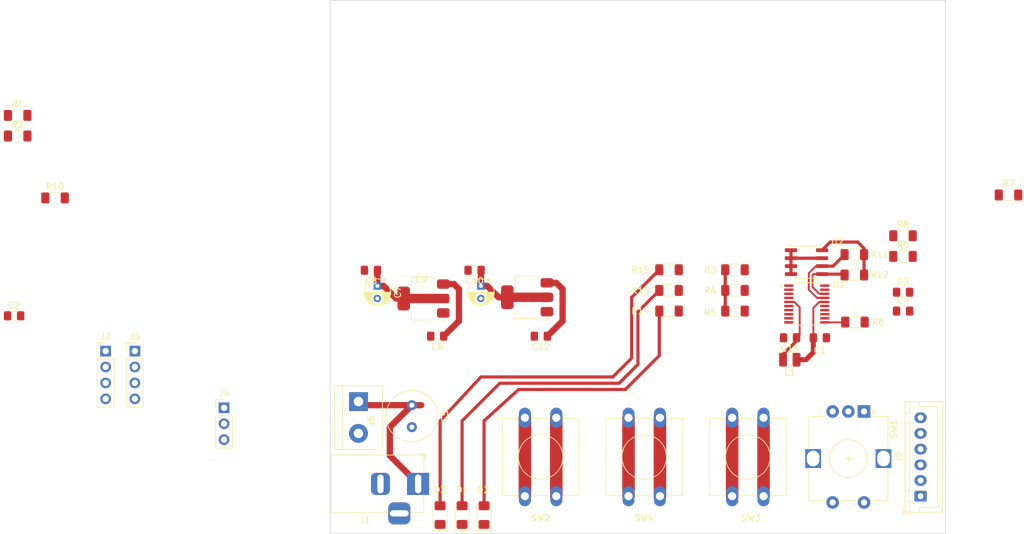
<source format=kicad_pcb>
(kicad_pcb (version 20240108) (generator "pcbnew") (generator_version "8.0")
  (layers (0 "F.Cu" signal) (31 "B.Cu" signal) (34 "B.Paste" user) (35 "F.Paste" user) (36 "B.SilkS" user "B.Silkscreen") (37 "F.SilkS" user "F.Silkscreen") (38 "B.Mask" user) (39 "F.Mask" user) (44 "Edge.Cuts" user))
  (net 0 "")
  (net 1 "GND")
  (net 2 "+3.3V")
  (net 3 "/RESET")
  (net 4 "/ENC_A")
  (net 5 "/ENC_B")
  (net 6 "+12V")
  (net 7 "+5V")
  (net 8 "+3.3VADC")
  (net 9 "Net-(D1-A)")
  (net 10 "Net-(D2-A)")
  (net 11 "Net-(D3-A)")
  (net 12 "/I2C_SDA")
  (net 13 "/I2C_SCL")
  (net 14 "/SWCLK")
  (net 15 "/SWDIO")
  (net 16 "/USART_TX")
  (net 17 "/USART_RX")
  (net 18 "/WOE")
  (net 19 "/~{WOE}")
  (net 20 "Net-(R1-Pad2)")
  (net 21 "Net-(R2-Pad2)")
  (net 22 "/ENC_BTN")
  (net 23 "/BTN1")
  (net 24 "/BTN2")
  (net 25 "/BTN3")
  (net 26 "Net-(U1-BOOT0)")
  (net 27 "/LED_Y")
  (footprint "Package_SO:TSSOP-20_4.4x6.5mm_P0.65mm" (layer "F.Cu") (at 225.8875 88.375)
    (property "Reference" "U1" (at 5.1125 -3.125 0) (layer "F.SilkS"))
    (property "Value" "STM32F030F4Px")
    (pad "1" smd roundrect (at -2.8625 -2.925) (size 1.475 0.4) (layers "F.Cu" "F.Paste" "F.Mask") (net 26 "Net-(U1-BOOT0)"))
    (pad "2" smd roundrect (at -2.8625 -2.275) (size 1.475 0.4) (layers "F.Cu" "F.Paste" "F.Mask") (net 27 "/LED_Y"))
    (pad "3" smd roundrect (at -2.8625 -1.625) (size 1.475 0.4) (layers "F.Cu" "F.Paste" "F.Mask") (net 19 "/~{WOE}"))
    (pad "4" smd roundrect (at -2.8625 -0.975) (size 1.475 0.4) (layers "F.Cu" "F.Paste" "F.Mask") (net 3 "/RESET"))
    (pad "5" smd roundrect (at -2.8625 -0.325) (size 1.475 0.4) (layers "F.Cu" "F.Paste" "F.Mask") (net 8 "+3.3VADC"))
    (pad "6" smd roundrect (at -2.8625 0.325) (size 1.475 0.4) (layers "F.Cu" "F.Paste" "F.Mask") (net 22 "/ENC_BTN"))
    (pad "7" smd roundrect (at -2.8625 0.975) (size 1.475 0.4) (layers "F.Cu" "F.Paste" "F.Mask") (net 23 "/BTN1"))
    (pad "8" smd roundrect (at -2.8625 1.625) (size 1.475 0.4) (layers "F.Cu" "F.Paste" "F.Mask") (net 16 "/USART_TX"))
    (pad "9" smd roundrect (at -2.8625 2.275) (size 1.475 0.4) (layers "F.Cu" "F.Paste" "F.Mask") (net 17 "/USART_RX"))
    (pad "10" smd roundrect (at -2.8625 2.925) (size 1.475 0.4) (layers "F.Cu" "F.Paste" "F.Mask") (net 24 "/BTN2"))
    (pad "11" smd roundrect (at 2.8625 2.925) (size 1.475 0.4) (layers "F.Cu" "F.Paste" "F.Mask") (net 25 "/BTN3"))
    (pad "12" smd roundrect (at 2.8625 2.275) (size 1.475 0.4) (layers "F.Cu" "F.Paste" "F.Mask") (net 4 "/ENC_A"))
    (pad "13" smd roundrect (at 2.8625 1.625) (size 1.475 0.4) (layers "F.Cu" "F.Paste" "F.Mask") (net 5 "/ENC_B"))
    (pad "14" smd roundrect (at 2.8625 0.975) (size 1.475 0.4) (layers "F.Cu" "F.Paste" "F.Mask") (net 18 "/WOE"))
    (pad "15" smd roundrect (at 2.8625 0.325) (size 1.475 0.4) (layers "F.Cu" "F.Paste" "F.Mask") (net 1 "GND"))
    (pad "16" smd roundrect (at 2.8625 -0.325) (size 1.475 0.4) (layers "F.Cu" "F.Paste" "F.Mask") (net 2 "+3.3V"))
    (pad "17" smd roundrect (at 2.8625 -0.975) (size 1.475 0.4) (layers "F.Cu" "F.Paste" "F.Mask") (net 13 "/I2C_SCL"))
    (pad "18" smd roundrect (at 2.8625 -1.625) (size 1.475 0.4) (layers "F.Cu" "F.Paste" "F.Mask") (net 12 "/I2C_SDA"))
    (pad "19" smd roundrect (at 2.8625 -2.275) (size 1.475 0.4) (layers "F.Cu" "F.Paste" "F.Mask") (net 15 "/SWDIO"))
    (pad "20" smd roundrect (at 2.8625 -2.925) (size 1.475 0.4) (layers "F.Cu" "F.Paste" "F.Mask") (net 14 "/SWCLK"))
  )
  (footprint "Button_Switch_THT:SW_PUSH-12mm" (layer "F.Cu") (at 214 119 90)
    (property "Reference" "SW3" (at -3.5 3 180) (layer "F.SilkS"))
    (property "Value" "SW_Push")
    (pad "1" thru_hole oval (at 0 0 90) (size 3.2 1.9) (drill 1.3) (layers "*.Cu" "*.Mask") (net 24 "/BTN2"))
    (pad "1" thru_hole oval (at 12.5 0 90) (size 3.2 1.9) (drill 1.3) (layers "*.Cu" "*.Mask") (net 24 "/BTN2"))
    (pad "2" thru_hole oval (at 0 5 90) (size 3.2 1.9) (drill 1.3) (layers "*.Cu" "*.Mask") (net 1 "GND"))
    (pad "2" thru_hole oval (at 12.5 5 90) (size 3.2 1.9) (drill 1.3) (layers "*.Cu" "*.Mask") (net 1 "GND"))
  )
  (footprint "Inductor_SMD:L_1008_2520Metric" (layer "F.Cu") (at 223.175 97.25 180)
    (property "Reference" "L1" (at 0 -2.05 0) (layer "F.SilkS"))
    (property "Value" "150u")
    (pad "1" smd roundrect (at -1.075 0 180) (size 1.25 2.2) (layers "F.Cu" "F.Paste" "F.Mask") (roundrect_rratio 0.2) (net 2 "+3.3V"))
    (pad "2" smd roundrect (at 1.075 0 180) (size 1.25 2.2) (layers "F.Cu" "F.Paste" "F.Mask") (roundrect_rratio 0.2) (net 8 "+3.3VADC"))
  )
  (footprint "Rotary_Encoder:RotaryEncoder_Alps_EC12E-Switch_Vertical_H20mm" (layer "F.Cu") (at 235 105.5 -90)
    (property "Reference" "SW1" (at 2.8 -4.7 90) (layer "F.SilkS"))
    (property "Value" "~")
    (pad "A" thru_hole rect (at 0 0 270) (size 2 2) (drill 1) (layers "*.Cu" "*.Mask") (net 20 "Net-(R1-Pad2)"))
    (pad "B" thru_hole circle (at 0 5 270) (size 2 2) (drill 1) (layers "*.Cu" "*.Mask") (net 21 "Net-(R2-Pad2)"))
    (pad "C" thru_hole circle (at 0 2.5 270) (size 2 2) (drill 1) (layers "*.Cu" "*.Mask") (net 1 "GND"))
    (pad "MP" thru_hole rect (at 7.5 -3.1 270) (size 3 2.5) (drill oval 2.5 2) (layers "*.Cu" "*.Mask"))
    (pad "MP" thru_hole rect (at 7.5 8.1 270) (size 3 2.5) (drill oval 2.5 2) (layers "*.Cu" "*.Mask"))
    (pad "S1" thru_hole circle (at 14.5 0 270) (size 2 2) (drill 1) (layers "*.Cu" "*.Mask") (net 22 "/ENC_BTN"))
    (pad "S2" thru_hole circle (at 14.5 5 270) (size 2 2) (drill 1) (layers "*.Cu" "*.Mask") (net 1 "GND"))
  )
  (footprint "Resistor_SMD:R_1206_3216Metric_Pad1.30x1.75mm_HandSolder" (layer "F.Cu") (at 106.19 71.47)
    (property "Reference" "R10" (at 0 -1.82 0) (layer "F.SilkS"))
    (property "Value" "10k")
    (pad "1" smd roundrect (at -1.55 0) (size 1.3 1.75) (layers "F.Cu" "F.Paste" "F.Mask") (roundrect_rratio 0.192308) (net 26 "Net-(U1-BOOT0)"))
    (pad "2" smd roundrect (at 1.55 0) (size 1.3 1.75) (layers "F.Cu" "F.Paste" "F.Mask") (roundrect_rratio 0.192308) (net 1 "GND"))
  )
  (footprint "Capacitor_SMD:C_0805_2012Metric_Pad1.18x1.45mm_HandSolder" (layer "F.Cu") (at 241.2125 89.5)
    (property "Reference" "C4" (at 0 -1.68 0) (layer "F.SilkS"))
    (property "Value" "0.47u")
    (pad "1" smd roundrect (at -1.0375 0) (size 1.175 1.45) (layers "F.Cu" "F.Paste" "F.Mask") (roundrect_rratio 0.212766) (net 5 "/ENC_B"))
    (pad "2" smd roundrect (at 1.0375 0) (size 1.175 1.45) (layers "F.Cu" "F.Paste" "F.Mask") (roundrect_rratio 0.212766) (net 1 "GND"))
  )
  (footprint "Capacitor_THT:CP_Radial_D4.0mm_P2.00mm" (layer "F.Cu") (at 174 85.5 -90)
    (property "Reference" "C9" (at -1 9.5 180) (layer "F.SilkS"))
    (property "Value" "100u")
    (pad "1" thru_hole rect (at 0 0 270) (size 1.2 1.2) (drill 0.6) (layers "*.Cu" "*.Mask") (net 2 "+3.3V"))
    (pad "2" thru_hole circle (at 2 0 270) (size 1.2 1.2) (drill 0.6) (layers "*.Cu" "*.Mask") (net 1 "GND"))
  )
  (footprint "Capacitor_SMD:C_0805_2012Metric_Pad1.18x1.45mm_HandSolder" (layer "F.Cu") (at 223.2125 93.75 180)
    (property "Reference" "C11" (at 0 -1.68 0) (layer "F.SilkS"))
    (property "Value" "0.1u")
    (pad "1" smd roundrect (at -1.0375 0 180) (size 1.175 1.45) (layers "F.Cu" "F.Paste" "F.Mask") (roundrect_rratio 0.212766) (net 8 "+3.3VADC"))
    (pad "2" smd roundrect (at 1.0375 0 180) (size 1.175 1.45) (layers "F.Cu" "F.Paste" "F.Mask") (roundrect_rratio 0.212766) (net 1 "GND"))
  )
  (footprint "Connector_BarrelJack:BarrelJack_Horizontal" (layer "F.Cu") (at 164 117.0425)
    (property "Reference" "J1" (at -8.45 5.75 0) (layer "F.SilkS"))
    (property "Value" "Supply")
    (pad "1" thru_hole rect (at 0 0) (size 3.5 3.5) (drill oval 1 3) (layers "*.Cu" "*.Mask") (net 6 "+12V"))
    (pad "2" thru_hole roundrect (at -6 0) (size 3 3.5) (drill oval 1 3) (layers "*.Cu" "*.Mask") (net 1 "GND"))
    (pad "3" thru_hole roundrect (at -3 4.7) (size 3.5 3.5) (drill oval 3 1) (layers "*.Cu" "*.Mask"))
  )
  (footprint "Capacitor_SMD:C_0805_2012Metric_Pad1.18x1.45mm_HandSolder" (layer "F.Cu") (at 241.2125 86.49)
    (property "Reference" "C3" (at 0 -1.68 0) (layer "F.SilkS"))
    (property "Value" "0.47u")
    (pad "1" smd roundrect (at -1.0375 0) (size 1.175 1.45) (layers "F.Cu" "F.Paste" "F.Mask") (roundrect_rratio 0.212766) (net 4 "/ENC_A"))
    (pad "2" smd roundrect (at 1.0375 0) (size 1.175 1.45) (layers "F.Cu" "F.Paste" "F.Mask") (roundrect_rratio 0.212766) (net 1 "GND"))
  )
  (footprint "Resistor_SMD:R_1206_3216Metric_Pad1.30x1.75mm_HandSolder" (layer "F.Cu") (at 214.45 86.21)
    (property "Reference" "R4" (at -3.95 0.04 0) (layer "F.SilkS"))
    (property "Value" "10k")
    (pad "1" smd roundrect (at -1.55 0) (size 1.3 1.75) (layers "F.Cu" "F.Paste" "F.Mask") (roundrect_rratio 0.192308) (net 2 "+3.3V"))
    (pad "2" smd roundrect (at 1.55 0) (size 1.3 1.75) (layers "F.Cu" "F.Paste" "F.Mask") (roundrect_rratio 0.192308) (net 23 "/BTN1"))
  )
  (footprint "Resistor_SMD:R_1206_3216Metric_Pad1.30x1.75mm_HandSolder" (layer "F.Cu") (at 214.45 82.92)
    (property "Reference" "R3" (at -3.95 0.08 0) (layer "F.SilkS"))
    (property "Value" "10k")
    (pad "1" smd roundrect (at -1.55 0) (size 1.3 1.75) (layers "F.Cu" "F.Paste" "F.Mask") (roundrect_rratio 0.192308) (net 2 "+3.3V"))
    (pad "2" smd roundrect (at 1.55 0) (size 1.3 1.75) (layers "F.Cu" "F.Paste" "F.Mask") (roundrect_rratio 0.192308) (net 22 "/ENC_BTN"))
  )
  (footprint "Resistor_SMD:R_1206_3216Metric_Pad1.30x1.75mm_HandSolder" (layer "F.Cu") (at 241.2 77.5)
    (property "Reference" "R8" (at 0 -1.82 0) (layer "F.SilkS"))
    (property "Value" "1k")
    (pad "1" smd roundrect (at -1.55 0) (size 1.3 1.75) (layers "F.Cu" "F.Paste" "F.Mask") (roundrect_rratio 0.192308) (net 20 "Net-(R1-Pad2)"))
    (pad "2" smd roundrect (at 1.55 0) (size 1.3 1.75) (layers "F.Cu" "F.Paste" "F.Mask") (roundrect_rratio 0.192308) (net 4 "/ENC_A"))
  )
  (footprint "Capacitor_THT:C_Radial_D8.0mm_H7.0mm_P3.50mm" (layer "F.Cu") (at 163 104.5 -90)
    (property "Reference" "C5" (at 1.75 -5.25 90) (layer "F.SilkS"))
    (property "Value" "470u")
    (pad "1" thru_hole circle (at 0 0 270) (size 1.6 1.6) (drill 0.8) (layers "*.Cu" "*.Mask") (net 6 "+12V"))
    (pad "2" thru_hole circle (at 3.5 0 270) (size 1.6 1.6) (drill 0.8) (layers "*.Cu" "*.Mask") (net 1 "GND"))
  )
  (footprint "Resistor_SMD:R_1206_3216Metric_Pad1.30x1.75mm_HandSolder" (layer "F.Cu") (at 258 71)
    (property "Reference" "R7" (at 0 -1.82 0) (layer "F.SilkS"))
    (property "Value" "10k")
    (pad "1" smd roundrect (at -1.55 0) (size 1.3 1.75) (layers "F.Cu" "F.Paste" "F.Mask") (roundrect_rratio 0.192308) (net 2 "+3.3V"))
    (pad "2" smd roundrect (at 1.55 0) (size 1.3 1.75) (layers "F.Cu" "F.Paste" "F.Mask") (roundrect_rratio 0.192308) (net 3 "/RESET"))
  )
  (footprint "Connector_PinHeader_2.54mm:PinHeader_1x04_P2.54mm_Vertical" (layer "F.Cu") (at 118.9 95.87)
    (property "Reference" "J3" (at 0 -2.33 0) (layer "F.SilkS"))
    (property "Value" "SWD")
    (pad "1" thru_hole rect (at 0 0) (size 1.7 1.7) (drill 1) (layers "*.Cu" "*.Mask") (net 3 "/RESET"))
    (pad "2" thru_hole oval (at 0 2.54) (size 1.7 1.7) (drill 1) (layers "*.Cu" "*.Mask") (net 15 "/SWDIO"))
    (pad "3" thru_hole oval (at 0 5.08) (size 1.7 1.7) (drill 1) (layers "*.Cu" "*.Mask") (net 14 "/SWCLK"))
    (pad "4" thru_hole oval (at 0 7.62) (size 1.7 1.7) (drill 1) (layers "*.Cu" "*.Mask") (net 1 "GND"))
  )
  (footprint "Capacitor_SMD:C_0805_2012Metric_Pad1.18x1.45mm_HandSolder" (layer "F.Cu") (at 183.5375 93.5 180)
    (property "Reference" "C12" (at 0 -1.68 360) (layer "F.SilkS"))
    (property "Value" "0.1u")
    (pad "1" smd roundrect (at -1.0375 0 180) (size 1.175 1.45) (layers "F.Cu" "F.Paste" "F.Mask") (roundrect_rratio 0.212766) (net 6 "+12V"))
    (pad "2" smd roundrect (at 1.0375 0 180) (size 1.175 1.45) (layers "F.Cu" "F.Paste" "F.Mask") (roundrect_rratio 0.212766) (net 1 "GND"))
  )
  (footprint "Connector_PinHeader_2.54mm:PinHeader_1x04_P2.54mm_Vertical" (layer "F.Cu") (at 114.25 95.87)
    (property "Reference" "J2" (at 0 -2.33 0) (layer "F.SilkS"))
    (property "Value" "LCD")
    (pad "1" thru_hole rect (at 0 0) (size 1.7 1.7) (drill 1) (layers "*.Cu" "*.Mask") (net 1 "GND"))
    (pad "2" thru_hole oval (at 0 2.54) (size 1.7 1.7) (drill 1) (layers "*.Cu" "*.Mask") (net 7 "+5V"))
    (pad "3" thru_hole oval (at 0 5.08) (size 1.7 1.7) (drill 1) (layers "*.Cu" "*.Mask") (net 12 "/I2C_SDA"))
    (pad "4" thru_hole oval (at 0 7.62) (size 1.7 1.7) (drill 1) (layers "*.Cu" "*.Mask") (net 13 "/I2C_SCL"))
  )
  (footprint "Capacitor_SMD:C_0805_2012Metric_Pad1.18x1.45mm_HandSolder" (layer "F.Cu") (at 99.67 90.26)
    (property "Reference" "C2" (at 0 -1.68 0) (layer "F.SilkS"))
    (property "Value" "0.47u")
    (pad "1" smd roundrect (at -1.0375 0) (size 1.175 1.45) (layers "F.Cu" "F.Paste" "F.Mask") (roundrect_rratio 0.212766) (net 3 "/RESET"))
    (pad "2" smd roundrect (at 1.0375 0) (size 1.175 1.45) (layers "F.Cu" "F.Paste" "F.Mask") (roundrect_rratio 0.212766) (net 1 "GND"))
  )
  (footprint "Capacitor_SMD:C_0805_2012Metric_Pad1.18x1.45mm_HandSolder" (layer "F.Cu") (at 227.9625 93.75)
    (property "Reference" "C1" (at 0 2 0) (layer "F.SilkS"))
    (property "Value" "0.1u")
    (pad "1" smd roundrect (at -1.0375 0) (size 1.175 1.45) (layers "F.Cu" "F.Paste" "F.Mask") (roundrect_rratio 0.212766) (net 2 "+3.3V"))
    (pad "2" smd roundrect (at 1.0375 0) (size 1.175 1.45) (layers "F.Cu" "F.Paste" "F.Mask") (roundrect_rratio 0.212766) (net 1 "GND"))
  )
  (footprint "Capacitor_THT:CP_Radial_D4.0mm_P2.00mm" (layer "F.Cu") (at 157.5 85.5 -90)
    (property "Reference" "C7" (at 1 -3.25 90) (layer "F.SilkS"))
    (property "Value" "100u")
    (pad "1" thru_hole rect (at 0 0 270) (size 1.2 1.2) (drill 0.6) (layers "*.Cu" "*.Mask") (net 7 "+5V"))
    (pad "2" thru_hole circle (at 2 0 270) (size 1.2 1.2) (drill 0.6) (layers "*.Cu" "*.Mask") (net 1 "GND"))
  )
  (footprint "Connector_PinHeader_2.54mm:PinHeader_1x03_P2.54mm_Vertical" (layer "F.Cu") (at 133.1 104.92)
    (property "Reference" "J4" (at 0 -2.33 0) (layer "F.SilkS"))
    (property "Value" "USART")
    (pad "1" thru_hole rect (at 0 0) (size 1.7 1.7) (drill 1) (layers "*.Cu" "*.Mask") (net 16 "/USART_TX"))
    (pad "2" thru_hole oval (at 0 2.54) (size 1.7 1.7) (drill 1) (layers "*.Cu" "*.Mask") (net 17 "/USART_RX"))
    (pad "3" thru_hole oval (at 0 5.08) (size 1.7 1.7) (drill 1) (layers "*.Cu" "*.Mask") (net 1 "GND"))
  )
  (footprint "Capacitor_SMD:C_0805_2012Metric_Pad1.18x1.45mm_HandSolder" (layer "F.Cu") (at 172.9875 83 180)
    (property "Reference" "C10" (at 0 -1.68 0) (layer "F.SilkS"))
    (property "Value" "0.1u")
    (pad "1" smd roundrect (at -1.0375 0 180) (size 1.175 1.45) (layers "F.Cu" "F.Paste" "F.Mask") (roundrect_rratio 0.212766) (net 2 "+3.3V"))
    (pad "2" smd roundrect (at 1.0375 0 180) (size 1.175 1.45) (layers "F.Cu" "F.Paste" "F.Mask") (roundrect_rratio 0.212766) (net 1 "GND"))
  )
  (footprint "Resistor_SMD:R_1206_3216Metric_Pad1.30x1.75mm_HandSolder" (layer "F.Cu") (at 100.24 58.31)
    (property "Reference" "R1" (at 0 -1.82 0) (layer "F.SilkS"))
    (property "Value" "10k")
    (pad "1" smd roundrect (at -1.55 0) (size 1.3 1.75) (layers "F.Cu" "F.Paste" "F.Mask") (roundrect_rratio 0.192308) (net 2 "+3.3V"))
    (pad "2" smd roundrect (at 1.55 0) (size 1.3 1.75) (layers "F.Cu" "F.Paste" "F.Mask") (roundrect_rratio 0.192308) (net 20 "Net-(R1-Pad2)"))
  )
  (footprint "Resistor_SMD:R_1206_3216Metric_Pad1.30x1.75mm_HandSolder" (layer "F.Cu") (at 203.95 89.499999 180)
    (property "Reference" "R14" (at 4.55 -0.000001 0) (layer "F.SilkS"))
    (property "Value" "220")
    (pad "1" smd roundrect (at -1.55 0 180) (size 1.3 1.75) (layers "F.Cu" "F.Paste" "F.Mask") (roundrect_rratio 0.192308) (net 14 "/SWCLK"))
    (pad "2" smd roundrect (at 1.55 0 180) (size 1.3 1.75) (layers "F.Cu" "F.Paste" "F.Mask") (roundrect_rratio 0.192308) (net 10 "Net-(D2-A)"))
  )
  (footprint "Resistor_SMD:R_1206_3216Metric_Pad1.30x1.75mm_HandSolder" (layer "F.Cu") (at 233.45 80.5)
    (property "Reference" "R11" (at 4.05 0 0) (layer "F.SilkS"))
    (property "Value" "4.7k")
    (pad "1" smd roundrect (at -1.55 0) (size 1.3 1.75) (layers "F.Cu" "F.Paste" "F.Mask") (roundrect_rratio 0.192308) (net 13 "/I2C_SCL"))
    (pad "2" smd roundrect (at 1.55 0) (size 1.3 1.75) (layers "F.Cu" "F.Paste" "F.Mask") (roundrect_rratio 0.192308) (net 7 "+5V"))
  )
  (footprint "Resistor_SMD:R_1206_3216Metric_Pad1.30x1.75mm_HandSolder" (layer "F.Cu") (at 233.45 83.75)
    (property "Reference" "R12" (at 4.05 0 0) (layer "F.SilkS"))
    (property "Value" "4.7k")
    (pad "1" smd roundrect (at -1.55 0) (size 1.3 1.75) (layers "F.Cu" "F.Paste" "F.Mask") (roundrect_rratio 0.192308) (net 12 "/I2C_SDA"))
    (pad "2" smd roundrect (at 1.55 0) (size 1.3 1.75) (layers "F.Cu" "F.Paste" "F.Mask") (roundrect_rratio 0.192308) (net 7 "+5V"))
  )
  (footprint "Button_Switch_THT:SW_PUSH-12mm" (layer "F.Cu") (at 181 119 90)
    (property "Reference" "SW2" (at -3.5 2.5 180) (layer "F.SilkS"))
    (property "Value" "SW_Push")
    (pad "1" thru_hole oval (at 0 0 90) (size 3.2 1.9) (drill 1.3) (layers "*.Cu" "*.Mask") (net 23 "/BTN1"))
    (pad "1" thru_hole oval (at 12.5 0 90) (size 3.2 1.9) (drill 1.3) (layers "*.Cu" "*.Mask") (net 23 "/BTN1"))
    (pad "2" thru_hole oval (at 0 5 90) (size 3.2 1.9) (drill 1.3) (layers "*.Cu" "*.Mask") (net 1 "GND"))
    (pad "2" thru_hole oval (at 12.5 5 90) (size 3.2 1.9) (drill 1.3) (layers "*.Cu" "*.Mask") (net 1 "GND"))
  )
  (footprint "Button_Switch_THT:SW_PUSH-12mm" (layer "F.Cu") (at 197.5 119 90)
    (property "Reference" "SW4" (at -3.5 2.5 180) (layer "F.SilkS"))
    (property "Value" "SW_Push")
    (pad "1" thru_hole oval (at 0 0 90) (size 3.2 1.9) (drill 1.3) (layers "*.Cu" "*.Mask") (net 25 "/BTN3"))
    (pad "1" thru_hole oval (at 12.5 0 90) (size 3.2 1.9) (drill 1.3) (layers "*.Cu" "*.Mask") (net 25 "/BTN3"))
    (pad "2" thru_hole oval (at 0 5 90) (size 3.2 1.9) (drill 1.3) (layers "*.Cu" "*.Mask") (net 1 "GND"))
    (pad "2" thru_hole oval (at 12.5 5 90) (size 3.2 1.9) (drill 1.3) (layers "*.Cu" "*.Mask") (net 1 "GND"))
  )
  (footprint "Package_TO_SOT_SMD:SOT-223-3_TabPin2" (layer "F.Cu") (at 164.85 87.5 180)
    (property "Reference" "U3" (at 5.85 0 90) (layer "F.SilkS"))
    (property "Value" "AMS1117-5.0")
    (pad "1" smd roundrect (at -3.15 -2.3 180) (size 2 1.5) (layers "F.Cu" "F.Paste" "F.Mask") (net 1 "GND"))
    (pad "2" smd roundrect (at -3.15 0 180) (size 2 1.5) (layers "F.Cu" "F.Paste" "F.Mask") (net 7 "+5V"))
    (pad "2" smd roundrect (at 3.15 0 180) (size 2 3.8) (layers "F.Cu" "F.Paste" "F.Mask") (net 7 "+5V"))
    (pad "3" smd roundrect (at -3.15 2.3 180) (size 2 1.5) (layers "F.Cu" "F.Paste" "F.Mask") (net 6 "+12V"))
  )
  (footprint "TerminalBlock:TerminalBlock_bornier-2_P5.08mm" (layer "F.Cu") (at 154.5 103.92 -90)
    (property "Reference" "J6" (at 3.08 -2 90) (layer "F.SilkS"))
    (property "Value" "Supply")
    (pad "1" thru_hole rect (at 0 0 270) (size 3 3) (drill 1.52) (layers "*.Cu" "*.Mask") (net 6 "+12V"))
    (pad "2" thru_hole circle (at 5.08 0 270) (size 3 3) (drill 1.52) (layers "*.Cu" "*.Mask") (net 1 "GND"))
  )
  (footprint "LED_SMD:LED_1206_3216Metric_Pad1.42x1.75mm_HandSolder" (layer "F.Cu") (at 171 122.0125 90)
    (property "Reference" "D1" (at 4.0125 0.03 180) (layer "F.SilkS"))
    (property "Value" "LG")
    (pad "1" smd roundrect (at -1.4875 0 90) (size 1.425 1.75) (layers "F.Cu" "F.Paste" "F.Mask") (roundrect_rratio 0.175439) (net 1 "GND"))
    (pad "2" smd roundrect (at 1.4875 0 90) (size 1.425 1.75) (layers "F.Cu" "F.Paste" "F.Mask") (roundrect_rratio 0.175439) (net 9 "Net-(D1-A)"))
  )
  (footprint "LED_SMD:LED_1206_3216Metric_Pad1.42x1.75mm_HandSolder" (layer "F.Cu") (at 167.5 122.0125 90)
    (property "Reference" "D3" (at 4.0125 0 180) (layer "F.SilkS"))
    (property "Value" "LY")
    (pad "1" smd roundrect (at -1.4875 0 90) (size 1.425 1.75) (layers "F.Cu" "F.Paste" "F.Mask") (roundrect_rratio 0.175439) (net 1 "GND"))
    (pad "2" smd roundrect (at 1.4875 0 90) (size 1.425 1.75) (layers "F.Cu" "F.Paste" "F.Mask") (roundrect_rratio 0.175439) (net 11 "Net-(D3-A)"))
  )
  (footprint "Resistor_SMD:R_1206_3216Metric_Pad1.30x1.75mm_HandSolder" (layer "F.Cu") (at 233.55 91.25 180)
    (property "Reference" "R6" (at -3.7 0 0) (layer "F.SilkS"))
    (property "Value" "10k")
    (pad "1" smd roundrect (at -1.55 0 180) (size 1.3 1.75) (layers "F.Cu" "F.Paste" "F.Mask") (roundrect_rratio 0.192308) (net 2 "+3.3V"))
    (pad "2" smd roundrect (at 1.55 0 180) (size 1.3 1.75) (layers "F.Cu" "F.Paste" "F.Mask") (roundrect_rratio 0.192308) (net 25 "/BTN3"))
  )
  (footprint "Capacitor_SMD:C_0805_2012Metric_Pad1.18x1.45mm_HandSolder" (layer "F.Cu") (at 156.4875 83 180)
    (property "Reference" "C8" (at 0 -1.68 0) (layer "F.SilkS"))
    (property "Value" "0.1u")
    (pad "1" smd roundrect (at -1.0375 0 180) (size 1.175 1.45) (layers "F.Cu" "F.Paste" "F.Mask") (roundrect_rratio 0.212766) (net 7 "+5V"))
    (pad "2" smd roundrect (at 1.0375 0 180) (size 1.175 1.45) (layers "F.Cu" "F.Paste" "F.Mask") (roundrect_rratio 0.212766) (net 1 "GND"))
  )
  (footprint "Connector_JST:JST_XH_B6B-XH-A_1x06_P2.50mm_Vertical" (layer "F.Cu") (at 244 119 90)
    (property "Reference" "J5" (at 6.25 -3.55 90) (layer "F.SilkS"))
    (property "Value" "Module")
    (pad "1" thru_hole roundrect (at 0 0 90) (size 1.7 1.95) (drill 0.95) (layers "*.Cu" "*.Mask") (roundrect_rratio 0.147059) (net 6 "+12V"))
    (pad "2" thru_hole oval (at 2.5 0 90) (size 1.7 1.95) (drill 0.95) (layers "*.Cu" "*.Mask") (net 13 "/I2C_SCL"))
    (pad "3" thru_hole oval (at 5 0 90) (size 1.7 1.95) (drill 0.95) (layers "*.Cu" "*.Mask") (net 12 "/I2C_SDA"))
    (pad "4" thru_hole oval (at 7.5 0 90) (size 1.7 1.95) (drill 0.95) (layers "*.Cu" "*.Mask") (net 19 "/~{WOE}"))
    (pad "5" thru_hole oval (at 10 0 90) (size 1.7 1.95) (drill 0.95) (layers "*.Cu" "*.Mask") (net 18 "/WOE"))
    (pad "6" thru_hole oval (at 12.5 0 90) (size 1.7 1.95) (drill 0.95) (layers "*.Cu" "*.Mask") (net 1 "GND"))
  )
  (footprint "Capacitor_SMD:C_0805_2012Metric_Pad1.18x1.45mm_HandSolder" (layer "F.Cu") (at 167.0375 93.5 180)
    (property "Reference" "C6" (at 0 -1.68 360) (layer "F.SilkS"))
    (property "Value" "0.1u")
    (pad "1" smd roundrect (at -1.0375 0 180) (size 1.175 1.45) (layers "F.Cu" "F.Paste" "F.Mask") (roundrect_rratio 0.212766) (net 6 "+12V"))
    (pad "2" smd roundrect (at 1.0375 0 180) (size 1.175 1.45) (layers "F.Cu" "F.Paste" "F.Mask") (roundrect_rratio 0.212766) (net 1 "GND"))
  )
  (footprint "Resistor_SMD:R_1206_3216Metric_Pad1.30x1.75mm_HandSolder" (layer "F.Cu") (at 214.45 89.499999)
    (property "Reference" "R5" (at -3.95 0.250001 0) (layer "F.SilkS"))
    (property "Value" "10k")
    (pad "1" smd roundrect (at -1.55 0) (size 1.3 1.75) (layers "F.Cu" "F.Paste" "F.Mask") (roundrect_rratio 0.192308) (net 2 "+3.3V"))
    (pad "2" smd roundrect (at 1.55 0) (size 1.3 1.75) (layers "F.Cu" "F.Paste" "F.Mask") (roundrect_rratio 0.192308) (net 24 "/BTN2"))
  )
  (footprint "Package_TO_SOT_SMD:SOT-223-3_TabPin2" (layer "F.Cu") (at 181.35 87.3 180)
    (property "Reference" "U4" (at 6.35 0 90) (layer "F.SilkS"))
    (property "Value" "AMS1117-3.3")
    (pad "1" smd roundrect (at -3.15 -2.3 180) (size 2 1.5) (layers "F.Cu" "F.Paste" "F.Mask") (net 1 "GND"))
    (pad "2" smd roundrect (at -3.15 0 180) (size 2 1.5) (layers "F.Cu" "F.Paste" "F.Mask") (net 2 "+3.3V"))
    (pad "2" smd roundrect (at 3.15 0 180) (size 2 3.8) (layers "F.Cu" "F.Paste" "F.Mask") (net 2 "+3.3V"))
    (pad "3" smd roundrect (at -3.15 2.3 180) (size 2 1.5) (layers "F.Cu" "F.Paste" "F.Mask") (net 6 "+12V"))
  )
  (footprint "Package_SO:SOIC-8_3.9x4.9mm_P1.27mm" (layer "F.Cu") (at 225.8375 81.705)
    (property "Reference" "U2" (at 4.9125 -3.205 0) (layer "F.SilkS"))
    (property "Value" "AT24C32")
    (pad "1" smd roundrect (at -2.475 -1.905) (size 1.95 0.6) (layers "F.Cu" "F.Paste" "F.Mask") (net 1 "GND"))
    (pad "2" smd roundrect (at -2.475 -0.635) (size 1.95 0.6) (layers "F.Cu" "F.Paste" "F.Mask") (net 1 "GND"))
    (pad "3" smd roundrect (at -2.475 0.635) (size 1.95 0.6) (layers "F.Cu" "F.Paste" "F.Mask") (net 1 "GND"))
    (pad "4" smd roundrect (at -2.475 1.905) (size 1.95 0.6) (layers "F.Cu" "F.Paste" "F.Mask") (net 1 "GND"))
    (pad "5" smd roundrect (at 2.475 1.905) (size 1.95 0.6) (layers "F.Cu" "F.Paste" "F.Mask") (net 12 "/I2C_SDA"))
    (pad "6" smd roundrect (at 2.475 0.635) (size 1.95 0.6) (layers "F.Cu" "F.Paste" "F.Mask") (net 13 "/I2C_SCL"))
    (pad "7" smd roundrect (at 2.475 -0.635) (size 1.95 0.6) (layers "F.Cu" "F.Paste" "F.Mask") (net 1 "GND"))
    (pad "8" smd roundrect (at 2.475 -1.905) (size 1.95 0.6) (layers "F.Cu" "F.Paste" "F.Mask") (net 7 "+5V"))
  )
  (footprint "Resistor_SMD:R_1206_3216Metric_Pad1.30x1.75mm_HandSolder" (layer "F.Cu") (at 203.95 86.21 180)
    (property "Reference" "R13" (at 4.55 -0.04 0) (layer "F.SilkS"))
    (property "Value" "220")
    (pad "1" smd roundrect (at -1.55 0 180) (size 1.3 1.75) (layers "F.Cu" "F.Paste" "F.Mask") (roundrect_rratio 0.192308) (net 15 "/SWDIO"))
    (pad "2" smd roundrect (at 1.55 0 180) (size 1.3 1.75) (layers "F.Cu" "F.Paste" "F.Mask") (roundrect_rratio 0.192308) (net 9 "Net-(D1-A)"))
  )
  (footprint "LED_SMD:LED_1206_3216Metric_Pad1.42x1.75mm_HandSolder" (layer "F.Cu") (at 174.5 122.0125 90)
    (property "Reference" "D2" (at 4.0125 -0.11 180) (layer "F.SilkS"))
    (property "Value" "LR")
    (pad "1" smd roundrect (at -1.4875 0 90) (size 1.425 1.75) (layers "F.Cu" "F.Paste" "F.Mask") (roundrect_rratio 0.175439) (net 1 "GND"))
    (pad "2" smd roundrect (at 1.4875 0 90) (size 1.425 1.75) (layers "F.Cu" "F.Paste" "F.Mask") (roundrect_rratio 0.175439) (net 10 "Net-(D2-A)"))
  )
  (footprint "Resistor_SMD:R_1206_3216Metric_Pad1.30x1.75mm_HandSolder" (layer "F.Cu") (at 203.95 82.92 180)
    (property "Reference" "R15" (at 4.55 -0.08 0) (layer "F.SilkS"))
    (property "Value" "220")
    (pad "1" smd roundrect (at -1.55 0 180) (size 1.3 1.75) (layers "F.Cu" "F.Paste" "F.Mask") (roundrect_rratio 0.192308) (net 27 "/LED_Y"))
    (pad "2" smd roundrect (at 1.55 0 180) (size 1.3 1.75) (layers "F.Cu" "F.Paste" "F.Mask") (roundrect_rratio 0.192308) (net 11 "Net-(D3-A)"))
  )
  (footprint "Resistor_SMD:R_1206_3216Metric_Pad1.30x1.75mm_HandSolder" (layer "F.Cu") (at 100.24 61.6)
    (property "Reference" "R2" (at 0 -1.82 0) (layer "F.SilkS"))
    (property "Value" "10k")
    (pad "1" smd roundrect (at -1.55 0) (size 1.3 1.75) (layers "F.Cu" "F.Paste" "F.Mask") (roundrect_rratio 0.192308) (net 2 "+3.3V"))
    (pad "2" smd roundrect (at 1.55 0) (size 1.3 1.75) (layers "F.Cu" "F.Paste" "F.Mask") (roundrect_rratio 0.192308) (net 21 "Net-(R2-Pad2)"))
  )
  (footprint "Resistor_SMD:R_1206_3216Metric_Pad1.30x1.75mm_HandSolder" (layer "F.Cu") (at 241.2 80.79)
    (property "Reference" "R9" (at 0 -1.82 0) (layer "F.SilkS"))
    (property "Value" "1k")
    (pad "1" smd roundrect (at -1.55 0) (size 1.3 1.75) (layers "F.Cu" "F.Paste" "F.Mask") (roundrect_rratio 0.192308) (net 21 "Net-(R2-Pad2)"))
    (pad "2" smd roundrect (at 1.55 0) (size 1.3 1.75) (layers "F.Cu" "F.Paste" "F.Mask") (roundrect_rratio 0.192308) (net 5 "/ENC_B"))
  )
  (gr_line (start 248 125) (end 248 40) (stroke (width 0.1)) (layer "Edge.Cuts"))
  (gr_line (start 150 125) (end 248 125) (stroke (width 0.1)) (layer "Edge.Cuts"))
  (gr_line (start 248 40) (end 150 40) (stroke (width 0.1)) (layer "Edge.Cuts"))
  (gr_line (start 150 40) (end 150 125) (stroke (width 0.1)) (layer "Edge.Cuts"))
  (segment (start 202.5 106.5) (end 202.5 119) (width 2) (layer "F.Cu") (net 1))
  (segment (start 219 106.5) (end 219 119) (width 2) (layer "F.Cu") (net 1))
  (segment (start 223.3625 79.8) (end 223.3625 83.61) (width 0.5) (layer "F.Cu") (net 1))
  (segment (start 186 106.5) (end 186 119) (width 2) (layer "F.Cu") (net 1))
  (segment (start 228.3125 81.07) (end 223.3625 81.07) (width 0.5) (layer "F.Cu") (net 1))
  (segment (start 176.8 87.3) (end 178.2 87.3) (width 1) (layer "F.Cu") (net 2))
  (segment (start 227.881912 88.05) (end 226.925 89.006912) (width 0.3) (layer "F.Cu") (net 2))
  (segment (start 225.75 97.25) (end 226.925 96.075) (width 0.8) (layer "F.Cu") (net 2))
  (segment (start 174 83.025) (end 174.025 83) (width 1) (layer "F.Cu") (net 2))
  (segment (start 182.25 87.3) (end 184.5 87.3) (width 1.5) (layer "F.Cu") (net 2))
  (segment (start 174 85.5) (end 175 85.5) (width 1) (layer "F.Cu") (net 2))
  (segment (start 228.75 88.05) (end 227.881912 88.05) (width 0.3) (layer "F.Cu") (net 2))
  (segment (start 175 85.5) (end 176.8 87.3) (width 1) (layer "F.Cu") (net 2))
  (segment (start 226.925 89.006912) (end 226.925 93.75) (width 0.3) (layer "F.Cu") (net 2))
  (segment (start 174 85.5) (end 174 83.025) (width 1) (layer "F.Cu") (net 2))
  (segment (start 212.9 82.92) (end 212.9 89.5) (width 0.5) (layer "F.Cu") (net 2))
  (segment (start 224.25 97.25) (end 225.75 97.25) (width 0.8) (layer "F.Cu") (net 2))
  (segment (start 178.2 87.3) (end 182.25 87.3) (width 1.5) (layer "F.Cu") (net 2))
  (segment (start 226.925 96.075) (end 226.925 93.75) (width 0.8) (layer "F.Cu") (net 2))
  (segment (start 159.5 112.5425) (end 159.5 108) (width 1) (layer "F.Cu") (net 6))
  (segment (start 170.5 91.075) (end 168.075 93.5) (width 1) (layer "F.Cu") (net 6))
  (segment (start 170.5 86) (end 170.5 91.075) (width 1) (layer "F.Cu") (net 6))
  (segment (start 159.5 108) (end 163 104.5) (width 1) (layer "F.Cu") (net 6))
  (segment (start 169.7 85.2) (end 170.5 86) (width 1) (layer "F.Cu") (net 6))
  (segment (start 164 117.0425) (end 159.5 112.5425) (width 1) (layer "F.Cu") (net 6))
  (segment (start 154.5 103.92) (end 155.08 104.5) (width 1) (layer "F.Cu") (net 6))
  (segment (start 187 86) (end 186 85) (width 1) (layer "F.Cu") (net 6))
  (segment (start 163 104.5) (end 164.5 104.5) (width 1) (layer "F.Cu") (net 6))
  (segment (start 187 91.075) (end 187 86) (width 1) (layer "F.Cu") (net 6))
  (segment (start 168 85.2) (end 169.7 85.2) (width 1) (layer "F.Cu") (net 6))
  (segment (start 184.575 93.5) (end 187 91.075) (width 1) (layer "F.Cu") (net 6))
  (segment (start 155.08 104.5) (end 163 104.5) (width 1) (layer "F.Cu") (net 6))
  (segment (start 186 85) (end 184.5 85) (width 1) (layer "F.Cu") (net 6))
  (segment (start 158.5 85.5) (end 160.5 87.5) (width 1) (layer "F.Cu") (net 7))
  (segment (start 157.5 83.025) (end 157.525 83) (width 1) (layer "F.Cu") (net 7))
  (segment (start 161.7 87.5) (end 165.75 87.5) (width 1.5) (layer "F.Cu") (net 7))
  (segment (start 228.3125 79.8) (end 229.6125 78.5) (width 0.5) (layer "F.Cu") (net 7))
  (segment (start 157.5 85.5) (end 157.5 83.025) (width 1) (layer "F.Cu") (net 7))
  (segment (start 160.5 87.5) (end 161.7 87.5) (width 1) (layer "F.Cu") (net 7))
  (segment (start 235 80.5) (end 235 83.75) (width 0.5) (layer "F.Cu") (net 7))
  (segment (start 235 79.5) (end 235 80.5) (width 0.5) (layer "F.Cu") (net 7))
  (segment (start 229.6125 78.5) (end 234 78.5) (width 0.5) (layer "F.Cu") (net 7))
  (segment (start 234 78.5) (end 235 79.5) (width 0.5) (layer "F.Cu") (net 7))
  (segment (start 165.75 87.5) (end 168 87.5) (width 1.5) (layer "F.Cu") (net 7))
  (segment (start 157.5 85.5) (end 158.5 85.5) (width 1) (layer "F.Cu") (net 7))
  (segment (start 223.893088 88.05) (end 223.025 88.05) (width 0.3) (layer "F.Cu") (net 8))
  (segment (start 224.25 94.25) (end 224.25 93.75) (width 0.5) (layer "F.Cu") (net 8))
  (segment (start 224.75 93.25) (end 224.75 88.906912) (width 0.3) (layer "F.Cu") (net 8))
  (segment (start 224.25 93.75) (end 224.75 93.25) (width 0.3) (layer "F.Cu") (net 8))
  (segment (start 222.1 96.4) (end 224.25 94.25) (width 0.5) (layer "F.Cu") (net 8))
  (segment (start 224.75 88.906912) (end 223.893088 88.05) (width 0.3) (layer "F.Cu") (net 8))
  (segment (start 222.1 97.25) (end 222.1 96.4) (width 0.5) (layer "F.Cu") (net 8))
  (segment (start 202.4 86.21) (end 199 89.61) (width 0.5) (layer "F.Cu") (net 9))
  (segment (start 199 98) (end 196 101) (width 0.5) (layer "F.Cu") (net 9))
  (segment (start 177 101) (end 171 107) (width 0.5) (layer "F.Cu") (net 9))
  (segment (start 196 101) (end 177 101) (width 0.5) (layer "F.Cu") (net 9))
  (segment (start 171 107) (end 171 120.525) (width 0.5) (layer "F.Cu") (net 9))
  (segment (start 199 89.61) (end 199 98) (width 0.5) (layer "F.Cu") (net 9))
  (segment (start 174.5 107) (end 174.5 120.525) (width 0.5) (layer "F.Cu") (net 10))
  (segment (start 202.4 89.499999) (end 202.4 96.6) (width 0.5) (layer "F.Cu") (net 10))
  (segment (start 180 102) (end 174.5 107) (width 0.5) (layer "F.Cu") (net 10))
  (segment (start 197 102) (end 180 102) (width 0.5) (layer "F.Cu") (net 10))
  (segment (start 202.4 96.6) (end 197 102) (width 0.5) (layer "F.Cu") (net 10))
  (segment (start 167.5 120.525) (end 167.5 107) (width 0.5) (layer "F.Cu") (net 11))
  (segment (start 174 100) (end 195 100) (width 0.5) (layer "F.Cu") (net 11))
  (segment (start 198 97) (end 198 87.32) (width 0.5) (layer "F.Cu") (net 11))
  (segment (start 195 100) (end 198 97) (width 0.5) (layer "F.Cu") (net 11))
  (segment (start 198 87.32) (end 202.4 82.92) (width 0.5) (layer "F.Cu") (net 11))
  (segment (start 167.5 107) (end 174 100) (width 0.5) (layer "F.Cu") (net 11))
  (segment (start 228.3125 83.61) (end 226.99 83.61) (width 0.3) (layer "F.Cu") (net 12))
  (segment (start 226.8 85.668088) (end 227.881912 86.75) (width 0.3) (layer "F.Cu") (net 12))
  (segment (start 226.99 83.61) (end 226.8 83.8) (width 0.3) (layer "F.Cu") (net 12))
  (segment (start 231.76 83.61) (end 228.3125 83.61) (width 0.5) (layer "F.Cu") (net 12))
  (segment (start 231.9 83.75) (end 231.76 83.61) (width 0.5) (layer "F.Cu") (net 12))
  (segment (start 227.881912 86.75) (end 228.75 86.75) (width 0.3) (layer "F.Cu") (net 12))
  (segment (start 226.8 83.8) (end 226.8 85.668088) (width 0.3) (layer "F.Cu") (net 12))
  (segment (start 226.2 83.477501) (end 226.2 86.1) (width 0.3) (layer "F.Cu") (net 13))
  (segment (start 227.337501 82.34) (end 226.2 83.477501) (width 0.3) (layer "F.Cu") (net 13))
  (segment (start 231.9 80.5) (end 230.06 82.34) (width 0.5) (layer "F.Cu") (net 13))
  (segment (start 226.2 86.1) (end 227.5 87.4) (width 0.3) (layer "F.Cu") (net 13))
  (segment (start 227.5 87.4) (end 228.75 87.4) (width 0.3) (layer "F.Cu") (net 13))
  (segment (start 228.3125 82.34) (end 227.337501 82.34) (width 0.3) (layer "F.Cu") (net 13))
  (segment (start 230.06 82.34) (end 228.3125 82.34) (width 0.5) (layer "F.Cu") (net 13))
  (segment (start 181 106.5) (end 181 119) (width 2) (layer "F.Cu") (net 23))
  (segment (start 214 106.5) (end 214 119) (width 2) (layer "F.Cu") (net 24))
  (segment (start 228.75 91.3) (end 231.95 91.3) (width 0.3) (layer "F.Cu") (net 25))
  (segment (start 231.95 91.3) (end 232 91.25) (width 0.3) (layer "F.Cu") (net 25))
  (segment (start 197.5 106.5) (end 197.5 119) (width 2) (layer "F.Cu") (net 25))
)
</source>
